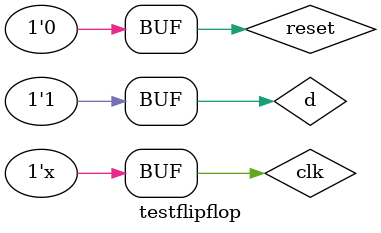
<source format=v>
`timescale 1ns / 1ps


module testflipflop;
reg clk;
  reg reset;
  reg d;
  wire q;
  wire qb;
  
  // Instantiate design under test
  flipflop DFF(.clk(clk), .reset(reset),
          .d(d), .q(q), .qb(qb));
          
  initial begin
    // Dump waves
   
    
   
   clk=0;
    reset = 1;
    d = 1'bx;
 #20  
    
    
    d = 1;
    reset = 0;
 

    
  
   
  end
  always 
  begin
  #5 clk=~clk;
  end

endmodule



</source>
